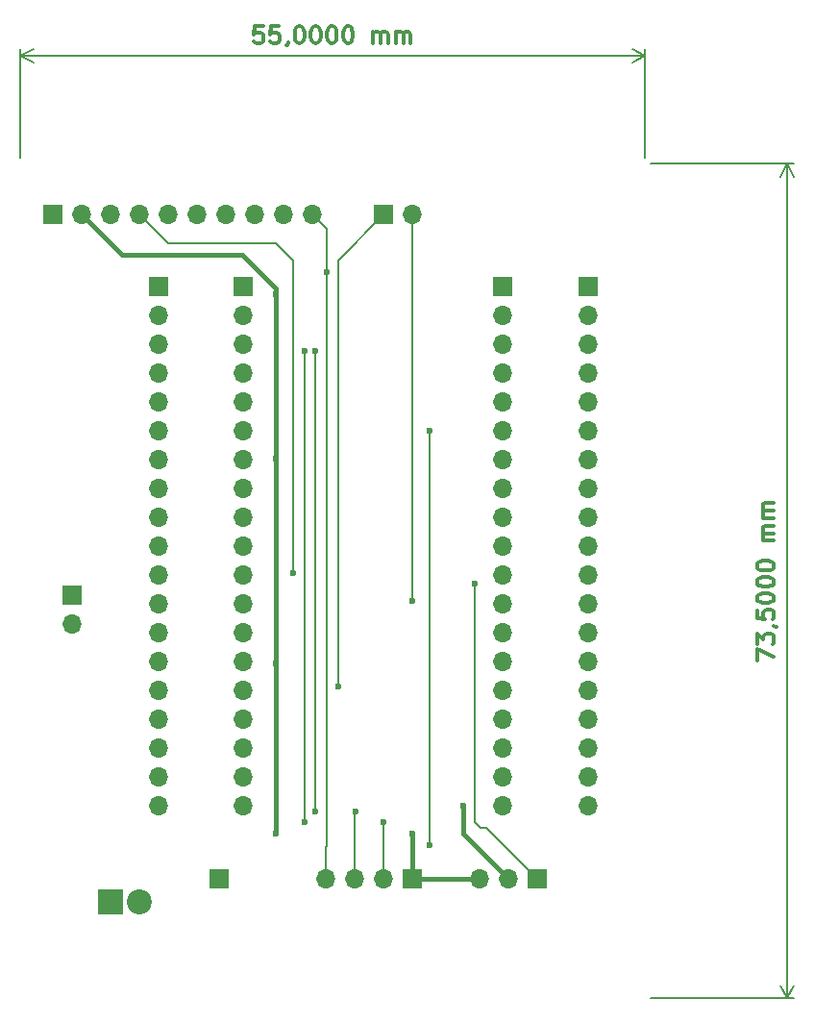
<source format=gbr>
%TF.GenerationSoftware,KiCad,Pcbnew,8.0.6*%
%TF.CreationDate,2025-09-05T14:44:53+02:00*%
%TF.ProjectId,wro-nyak,77726f2d-6e79-4616-9b2e-6b696361645f,rev?*%
%TF.SameCoordinates,Original*%
%TF.FileFunction,Copper,L1,Top*%
%TF.FilePolarity,Positive*%
%FSLAX46Y46*%
G04 Gerber Fmt 4.6, Leading zero omitted, Abs format (unit mm)*
G04 Created by KiCad (PCBNEW 8.0.6) date 2025-09-05 14:44:53*
%MOMM*%
%LPD*%
G01*
G04 APERTURE LIST*
%ADD10C,0.300000*%
%TA.AperFunction,NonConductor*%
%ADD11C,0.300000*%
%TD*%
%TA.AperFunction,NonConductor*%
%ADD12C,0.200000*%
%TD*%
%TA.AperFunction,ComponentPad*%
%ADD13R,2.200000X2.200000*%
%TD*%
%TA.AperFunction,ComponentPad*%
%ADD14C,2.200000*%
%TD*%
%TA.AperFunction,ComponentPad*%
%ADD15R,1.700000X1.700000*%
%TD*%
%TA.AperFunction,ComponentPad*%
%ADD16O,1.700000X1.700000*%
%TD*%
%TA.AperFunction,ViaPad*%
%ADD17C,0.600000*%
%TD*%
%TA.AperFunction,Conductor*%
%ADD18C,0.400000*%
%TD*%
%TA.AperFunction,Conductor*%
%ADD19C,0.200000*%
%TD*%
G04 APERTURE END LIST*
D10*
D11*
X38857144Y-3378328D02*
X38142858Y-3378328D01*
X38142858Y-3378328D02*
X38071430Y-4092614D01*
X38071430Y-4092614D02*
X38142858Y-4021185D01*
X38142858Y-4021185D02*
X38285716Y-3949757D01*
X38285716Y-3949757D02*
X38642858Y-3949757D01*
X38642858Y-3949757D02*
X38785716Y-4021185D01*
X38785716Y-4021185D02*
X38857144Y-4092614D01*
X38857144Y-4092614D02*
X38928573Y-4235471D01*
X38928573Y-4235471D02*
X38928573Y-4592614D01*
X38928573Y-4592614D02*
X38857144Y-4735471D01*
X38857144Y-4735471D02*
X38785716Y-4806900D01*
X38785716Y-4806900D02*
X38642858Y-4878328D01*
X38642858Y-4878328D02*
X38285716Y-4878328D01*
X38285716Y-4878328D02*
X38142858Y-4806900D01*
X38142858Y-4806900D02*
X38071430Y-4735471D01*
X40285715Y-3378328D02*
X39571429Y-3378328D01*
X39571429Y-3378328D02*
X39500001Y-4092614D01*
X39500001Y-4092614D02*
X39571429Y-4021185D01*
X39571429Y-4021185D02*
X39714287Y-3949757D01*
X39714287Y-3949757D02*
X40071429Y-3949757D01*
X40071429Y-3949757D02*
X40214287Y-4021185D01*
X40214287Y-4021185D02*
X40285715Y-4092614D01*
X40285715Y-4092614D02*
X40357144Y-4235471D01*
X40357144Y-4235471D02*
X40357144Y-4592614D01*
X40357144Y-4592614D02*
X40285715Y-4735471D01*
X40285715Y-4735471D02*
X40214287Y-4806900D01*
X40214287Y-4806900D02*
X40071429Y-4878328D01*
X40071429Y-4878328D02*
X39714287Y-4878328D01*
X39714287Y-4878328D02*
X39571429Y-4806900D01*
X39571429Y-4806900D02*
X39500001Y-4735471D01*
X41071429Y-4806900D02*
X41071429Y-4878328D01*
X41071429Y-4878328D02*
X41000000Y-5021185D01*
X41000000Y-5021185D02*
X40928572Y-5092614D01*
X42000001Y-3378328D02*
X42142858Y-3378328D01*
X42142858Y-3378328D02*
X42285715Y-3449757D01*
X42285715Y-3449757D02*
X42357144Y-3521185D01*
X42357144Y-3521185D02*
X42428572Y-3664042D01*
X42428572Y-3664042D02*
X42500001Y-3949757D01*
X42500001Y-3949757D02*
X42500001Y-4306900D01*
X42500001Y-4306900D02*
X42428572Y-4592614D01*
X42428572Y-4592614D02*
X42357144Y-4735471D01*
X42357144Y-4735471D02*
X42285715Y-4806900D01*
X42285715Y-4806900D02*
X42142858Y-4878328D01*
X42142858Y-4878328D02*
X42000001Y-4878328D01*
X42000001Y-4878328D02*
X41857144Y-4806900D01*
X41857144Y-4806900D02*
X41785715Y-4735471D01*
X41785715Y-4735471D02*
X41714286Y-4592614D01*
X41714286Y-4592614D02*
X41642858Y-4306900D01*
X41642858Y-4306900D02*
X41642858Y-3949757D01*
X41642858Y-3949757D02*
X41714286Y-3664042D01*
X41714286Y-3664042D02*
X41785715Y-3521185D01*
X41785715Y-3521185D02*
X41857144Y-3449757D01*
X41857144Y-3449757D02*
X42000001Y-3378328D01*
X43428572Y-3378328D02*
X43571429Y-3378328D01*
X43571429Y-3378328D02*
X43714286Y-3449757D01*
X43714286Y-3449757D02*
X43785715Y-3521185D01*
X43785715Y-3521185D02*
X43857143Y-3664042D01*
X43857143Y-3664042D02*
X43928572Y-3949757D01*
X43928572Y-3949757D02*
X43928572Y-4306900D01*
X43928572Y-4306900D02*
X43857143Y-4592614D01*
X43857143Y-4592614D02*
X43785715Y-4735471D01*
X43785715Y-4735471D02*
X43714286Y-4806900D01*
X43714286Y-4806900D02*
X43571429Y-4878328D01*
X43571429Y-4878328D02*
X43428572Y-4878328D01*
X43428572Y-4878328D02*
X43285715Y-4806900D01*
X43285715Y-4806900D02*
X43214286Y-4735471D01*
X43214286Y-4735471D02*
X43142857Y-4592614D01*
X43142857Y-4592614D02*
X43071429Y-4306900D01*
X43071429Y-4306900D02*
X43071429Y-3949757D01*
X43071429Y-3949757D02*
X43142857Y-3664042D01*
X43142857Y-3664042D02*
X43214286Y-3521185D01*
X43214286Y-3521185D02*
X43285715Y-3449757D01*
X43285715Y-3449757D02*
X43428572Y-3378328D01*
X44857143Y-3378328D02*
X45000000Y-3378328D01*
X45000000Y-3378328D02*
X45142857Y-3449757D01*
X45142857Y-3449757D02*
X45214286Y-3521185D01*
X45214286Y-3521185D02*
X45285714Y-3664042D01*
X45285714Y-3664042D02*
X45357143Y-3949757D01*
X45357143Y-3949757D02*
X45357143Y-4306900D01*
X45357143Y-4306900D02*
X45285714Y-4592614D01*
X45285714Y-4592614D02*
X45214286Y-4735471D01*
X45214286Y-4735471D02*
X45142857Y-4806900D01*
X45142857Y-4806900D02*
X45000000Y-4878328D01*
X45000000Y-4878328D02*
X44857143Y-4878328D01*
X44857143Y-4878328D02*
X44714286Y-4806900D01*
X44714286Y-4806900D02*
X44642857Y-4735471D01*
X44642857Y-4735471D02*
X44571428Y-4592614D01*
X44571428Y-4592614D02*
X44500000Y-4306900D01*
X44500000Y-4306900D02*
X44500000Y-3949757D01*
X44500000Y-3949757D02*
X44571428Y-3664042D01*
X44571428Y-3664042D02*
X44642857Y-3521185D01*
X44642857Y-3521185D02*
X44714286Y-3449757D01*
X44714286Y-3449757D02*
X44857143Y-3378328D01*
X46285714Y-3378328D02*
X46428571Y-3378328D01*
X46428571Y-3378328D02*
X46571428Y-3449757D01*
X46571428Y-3449757D02*
X46642857Y-3521185D01*
X46642857Y-3521185D02*
X46714285Y-3664042D01*
X46714285Y-3664042D02*
X46785714Y-3949757D01*
X46785714Y-3949757D02*
X46785714Y-4306900D01*
X46785714Y-4306900D02*
X46714285Y-4592614D01*
X46714285Y-4592614D02*
X46642857Y-4735471D01*
X46642857Y-4735471D02*
X46571428Y-4806900D01*
X46571428Y-4806900D02*
X46428571Y-4878328D01*
X46428571Y-4878328D02*
X46285714Y-4878328D01*
X46285714Y-4878328D02*
X46142857Y-4806900D01*
X46142857Y-4806900D02*
X46071428Y-4735471D01*
X46071428Y-4735471D02*
X45999999Y-4592614D01*
X45999999Y-4592614D02*
X45928571Y-4306900D01*
X45928571Y-4306900D02*
X45928571Y-3949757D01*
X45928571Y-3949757D02*
X45999999Y-3664042D01*
X45999999Y-3664042D02*
X46071428Y-3521185D01*
X46071428Y-3521185D02*
X46142857Y-3449757D01*
X46142857Y-3449757D02*
X46285714Y-3378328D01*
X48571427Y-4878328D02*
X48571427Y-3878328D01*
X48571427Y-4021185D02*
X48642856Y-3949757D01*
X48642856Y-3949757D02*
X48785713Y-3878328D01*
X48785713Y-3878328D02*
X48999999Y-3878328D01*
X48999999Y-3878328D02*
X49142856Y-3949757D01*
X49142856Y-3949757D02*
X49214285Y-4092614D01*
X49214285Y-4092614D02*
X49214285Y-4878328D01*
X49214285Y-4092614D02*
X49285713Y-3949757D01*
X49285713Y-3949757D02*
X49428570Y-3878328D01*
X49428570Y-3878328D02*
X49642856Y-3878328D01*
X49642856Y-3878328D02*
X49785713Y-3949757D01*
X49785713Y-3949757D02*
X49857142Y-4092614D01*
X49857142Y-4092614D02*
X49857142Y-4878328D01*
X50571427Y-4878328D02*
X50571427Y-3878328D01*
X50571427Y-4021185D02*
X50642856Y-3949757D01*
X50642856Y-3949757D02*
X50785713Y-3878328D01*
X50785713Y-3878328D02*
X50999999Y-3878328D01*
X50999999Y-3878328D02*
X51142856Y-3949757D01*
X51142856Y-3949757D02*
X51214285Y-4092614D01*
X51214285Y-4092614D02*
X51214285Y-4878328D01*
X51214285Y-4092614D02*
X51285713Y-3949757D01*
X51285713Y-3949757D02*
X51428570Y-3878328D01*
X51428570Y-3878328D02*
X51642856Y-3878328D01*
X51642856Y-3878328D02*
X51785713Y-3949757D01*
X51785713Y-3949757D02*
X51857142Y-4092614D01*
X51857142Y-4092614D02*
X51857142Y-4878328D01*
D12*
X72500000Y-15000000D02*
X72500000Y-5413580D01*
X17500000Y-15000000D02*
X17500000Y-5413580D01*
X72500000Y-6000000D02*
X17500000Y-6000000D01*
X72500000Y-6000000D02*
X17500000Y-6000000D01*
X72500000Y-6000000D02*
X71373496Y-6586421D01*
X72500000Y-6000000D02*
X71373496Y-5413579D01*
X17500000Y-6000000D02*
X18626504Y-5413579D01*
X17500000Y-6000000D02*
X18626504Y-6586421D01*
D10*
D11*
X82378328Y-59249998D02*
X82378328Y-58249998D01*
X82378328Y-58249998D02*
X83878328Y-58892855D01*
X82378328Y-57821427D02*
X82378328Y-56892855D01*
X82378328Y-56892855D02*
X82949757Y-57392855D01*
X82949757Y-57392855D02*
X82949757Y-57178570D01*
X82949757Y-57178570D02*
X83021185Y-57035713D01*
X83021185Y-57035713D02*
X83092614Y-56964284D01*
X83092614Y-56964284D02*
X83235471Y-56892855D01*
X83235471Y-56892855D02*
X83592614Y-56892855D01*
X83592614Y-56892855D02*
X83735471Y-56964284D01*
X83735471Y-56964284D02*
X83806900Y-57035713D01*
X83806900Y-57035713D02*
X83878328Y-57178570D01*
X83878328Y-57178570D02*
X83878328Y-57607141D01*
X83878328Y-57607141D02*
X83806900Y-57749998D01*
X83806900Y-57749998D02*
X83735471Y-57821427D01*
X83806900Y-56178570D02*
X83878328Y-56178570D01*
X83878328Y-56178570D02*
X84021185Y-56249999D01*
X84021185Y-56249999D02*
X84092614Y-56321427D01*
X82378328Y-54821427D02*
X82378328Y-55535713D01*
X82378328Y-55535713D02*
X83092614Y-55607141D01*
X83092614Y-55607141D02*
X83021185Y-55535713D01*
X83021185Y-55535713D02*
X82949757Y-55392856D01*
X82949757Y-55392856D02*
X82949757Y-55035713D01*
X82949757Y-55035713D02*
X83021185Y-54892856D01*
X83021185Y-54892856D02*
X83092614Y-54821427D01*
X83092614Y-54821427D02*
X83235471Y-54749998D01*
X83235471Y-54749998D02*
X83592614Y-54749998D01*
X83592614Y-54749998D02*
X83735471Y-54821427D01*
X83735471Y-54821427D02*
X83806900Y-54892856D01*
X83806900Y-54892856D02*
X83878328Y-55035713D01*
X83878328Y-55035713D02*
X83878328Y-55392856D01*
X83878328Y-55392856D02*
X83806900Y-55535713D01*
X83806900Y-55535713D02*
X83735471Y-55607141D01*
X82378328Y-53821427D02*
X82378328Y-53678570D01*
X82378328Y-53678570D02*
X82449757Y-53535713D01*
X82449757Y-53535713D02*
X82521185Y-53464285D01*
X82521185Y-53464285D02*
X82664042Y-53392856D01*
X82664042Y-53392856D02*
X82949757Y-53321427D01*
X82949757Y-53321427D02*
X83306900Y-53321427D01*
X83306900Y-53321427D02*
X83592614Y-53392856D01*
X83592614Y-53392856D02*
X83735471Y-53464285D01*
X83735471Y-53464285D02*
X83806900Y-53535713D01*
X83806900Y-53535713D02*
X83878328Y-53678570D01*
X83878328Y-53678570D02*
X83878328Y-53821427D01*
X83878328Y-53821427D02*
X83806900Y-53964285D01*
X83806900Y-53964285D02*
X83735471Y-54035713D01*
X83735471Y-54035713D02*
X83592614Y-54107142D01*
X83592614Y-54107142D02*
X83306900Y-54178570D01*
X83306900Y-54178570D02*
X82949757Y-54178570D01*
X82949757Y-54178570D02*
X82664042Y-54107142D01*
X82664042Y-54107142D02*
X82521185Y-54035713D01*
X82521185Y-54035713D02*
X82449757Y-53964285D01*
X82449757Y-53964285D02*
X82378328Y-53821427D01*
X82378328Y-52392856D02*
X82378328Y-52249999D01*
X82378328Y-52249999D02*
X82449757Y-52107142D01*
X82449757Y-52107142D02*
X82521185Y-52035714D01*
X82521185Y-52035714D02*
X82664042Y-51964285D01*
X82664042Y-51964285D02*
X82949757Y-51892856D01*
X82949757Y-51892856D02*
X83306900Y-51892856D01*
X83306900Y-51892856D02*
X83592614Y-51964285D01*
X83592614Y-51964285D02*
X83735471Y-52035714D01*
X83735471Y-52035714D02*
X83806900Y-52107142D01*
X83806900Y-52107142D02*
X83878328Y-52249999D01*
X83878328Y-52249999D02*
X83878328Y-52392856D01*
X83878328Y-52392856D02*
X83806900Y-52535714D01*
X83806900Y-52535714D02*
X83735471Y-52607142D01*
X83735471Y-52607142D02*
X83592614Y-52678571D01*
X83592614Y-52678571D02*
X83306900Y-52749999D01*
X83306900Y-52749999D02*
X82949757Y-52749999D01*
X82949757Y-52749999D02*
X82664042Y-52678571D01*
X82664042Y-52678571D02*
X82521185Y-52607142D01*
X82521185Y-52607142D02*
X82449757Y-52535714D01*
X82449757Y-52535714D02*
X82378328Y-52392856D01*
X82378328Y-50964285D02*
X82378328Y-50821428D01*
X82378328Y-50821428D02*
X82449757Y-50678571D01*
X82449757Y-50678571D02*
X82521185Y-50607143D01*
X82521185Y-50607143D02*
X82664042Y-50535714D01*
X82664042Y-50535714D02*
X82949757Y-50464285D01*
X82949757Y-50464285D02*
X83306900Y-50464285D01*
X83306900Y-50464285D02*
X83592614Y-50535714D01*
X83592614Y-50535714D02*
X83735471Y-50607143D01*
X83735471Y-50607143D02*
X83806900Y-50678571D01*
X83806900Y-50678571D02*
X83878328Y-50821428D01*
X83878328Y-50821428D02*
X83878328Y-50964285D01*
X83878328Y-50964285D02*
X83806900Y-51107143D01*
X83806900Y-51107143D02*
X83735471Y-51178571D01*
X83735471Y-51178571D02*
X83592614Y-51250000D01*
X83592614Y-51250000D02*
X83306900Y-51321428D01*
X83306900Y-51321428D02*
X82949757Y-51321428D01*
X82949757Y-51321428D02*
X82664042Y-51250000D01*
X82664042Y-51250000D02*
X82521185Y-51178571D01*
X82521185Y-51178571D02*
X82449757Y-51107143D01*
X82449757Y-51107143D02*
X82378328Y-50964285D01*
X83878328Y-48678572D02*
X82878328Y-48678572D01*
X83021185Y-48678572D02*
X82949757Y-48607143D01*
X82949757Y-48607143D02*
X82878328Y-48464286D01*
X82878328Y-48464286D02*
X82878328Y-48250000D01*
X82878328Y-48250000D02*
X82949757Y-48107143D01*
X82949757Y-48107143D02*
X83092614Y-48035715D01*
X83092614Y-48035715D02*
X83878328Y-48035715D01*
X83092614Y-48035715D02*
X82949757Y-47964286D01*
X82949757Y-47964286D02*
X82878328Y-47821429D01*
X82878328Y-47821429D02*
X82878328Y-47607143D01*
X82878328Y-47607143D02*
X82949757Y-47464286D01*
X82949757Y-47464286D02*
X83092614Y-47392857D01*
X83092614Y-47392857D02*
X83878328Y-47392857D01*
X83878328Y-46678572D02*
X82878328Y-46678572D01*
X83021185Y-46678572D02*
X82949757Y-46607143D01*
X82949757Y-46607143D02*
X82878328Y-46464286D01*
X82878328Y-46464286D02*
X82878328Y-46250000D01*
X82878328Y-46250000D02*
X82949757Y-46107143D01*
X82949757Y-46107143D02*
X83092614Y-46035715D01*
X83092614Y-46035715D02*
X83878328Y-46035715D01*
X83092614Y-46035715D02*
X82949757Y-45964286D01*
X82949757Y-45964286D02*
X82878328Y-45821429D01*
X82878328Y-45821429D02*
X82878328Y-45607143D01*
X82878328Y-45607143D02*
X82949757Y-45464286D01*
X82949757Y-45464286D02*
X83092614Y-45392857D01*
X83092614Y-45392857D02*
X83878328Y-45392857D01*
D12*
X73000000Y-89000000D02*
X85586420Y-89000000D01*
X73000000Y-15500000D02*
X85586420Y-15500000D01*
X85000000Y-89000000D02*
X85000000Y-15500000D01*
X85000000Y-89000000D02*
X85000000Y-15500000D01*
X85000000Y-89000000D02*
X84413579Y-87873496D01*
X85000000Y-89000000D02*
X85586421Y-87873496D01*
X85000000Y-15500000D02*
X85586421Y-16626504D01*
X85000000Y-15500000D02*
X84413579Y-16626504D01*
D13*
%TO.P,PSU1,1,Pin_1*%
%TO.N,/+5V*%
X25460000Y-80500000D03*
D14*
%TO.P,PSU1,2,Pin_2*%
%TO.N,/GND*%
X28000000Y-80500000D03*
%TD*%
D15*
%TO.P,GYRO1,1,Pin_1*%
%TO.N,/+3V3*%
X20380000Y-20000000D03*
D16*
%TO.P,GYRO1,2,Pin_2*%
%TO.N,/GND*%
X22920000Y-20000000D03*
%TO.P,GYRO1,3,Pin_3*%
%TO.N,unconnected-(GYRO1-Pin_3-Pad3)*%
X25460000Y-20000000D03*
%TO.P,GYRO1,4,Pin_4*%
%TO.N,/SDA*%
X28000000Y-20000000D03*
%TO.P,GYRO1,5,Pin_5*%
%TO.N,unconnected-(GYRO1-Pin_5-Pad5)*%
X30540000Y-20000000D03*
%TO.P,GYRO1,6,Pin_6*%
%TO.N,unconnected-(GYRO1-Pin_6-Pad6)*%
X33080000Y-20000000D03*
%TO.P,GYRO1,7,Pin_7*%
%TO.N,unconnected-(GYRO1-Pin_7-Pad7)*%
X35620000Y-20000000D03*
%TO.P,GYRO1,8,Pin_8*%
%TO.N,unconnected-(GYRO1-Pin_8-Pad8)*%
X38160000Y-20000000D03*
%TO.P,GYRO1,9,Pin_9*%
%TO.N,unconnected-(GYRO1-Pin_9-Pad9)*%
X40700000Y-20000000D03*
%TO.P,GYRO1,10,Pin_10*%
%TO.N,/+3V3*%
X43240000Y-20000000D03*
%TD*%
D15*
%TO.P,J8,1,Pin_1*%
%TO.N,/SERVO*%
X63040000Y-78500000D03*
D16*
%TO.P,J8,2,Pin_2*%
%TO.N,/+5V*%
X60500000Y-78500000D03*
%TO.P,J8,3,Pin_3*%
%TO.N,/GND*%
X57960000Y-78500000D03*
%TD*%
D15*
%TO.P,J2,1,Pin_1*%
%TO.N,/GND*%
X60000000Y-26320000D03*
D16*
%TO.P,J2,2,Pin_2*%
%TO.N,Net-(J2-Pin_2)*%
X60000000Y-28860000D03*
%TO.P,J2,3,Pin_3*%
%TO.N,Net-(J2-Pin_3)*%
X60000000Y-31400000D03*
%TO.P,J2,4,Pin_4*%
%TO.N,Net-(J2-Pin_4)*%
X60000000Y-33940000D03*
%TO.P,J2,5,Pin_5*%
%TO.N,Net-(J2-Pin_5)*%
X60000000Y-36480000D03*
%TO.P,J2,6,Pin_6*%
%TO.N,/LIDAR_PWM*%
X60000000Y-39020000D03*
%TO.P,J2,7,Pin_7*%
%TO.N,/GND*%
X60000000Y-41560000D03*
%TO.P,J2,8,Pin_8*%
%TO.N,Net-(J2-Pin_8)*%
X60000000Y-44100000D03*
%TO.P,J2,9,Pin_9*%
%TO.N,Net-(J2-Pin_9)*%
X60000000Y-46640000D03*
%TO.P,J2,10,Pin_10*%
%TO.N,Net-(J2-Pin_10)*%
X60000000Y-49180000D03*
%TO.P,J2,11,Pin_11*%
%TO.N,/SDA*%
X60000000Y-51720000D03*
%TO.P,J2,12,Pin_12*%
%TO.N,/MOT2*%
X60000000Y-54260000D03*
%TO.P,J2,13,Pin_13*%
%TO.N,Net-(J2-Pin_13)*%
X60000000Y-56800000D03*
%TO.P,J2,14,Pin_14*%
%TO.N,Net-(J2-Pin_14)*%
X60000000Y-59340000D03*
%TO.P,J2,15,Pin_15*%
%TO.N,Net-(J2-Pin_15)*%
X60000000Y-61880000D03*
%TO.P,J2,16,Pin_16*%
%TO.N,Net-(J2-Pin_16)*%
X60000000Y-64420000D03*
%TO.P,J2,17,Pin_17*%
%TO.N,Net-(J2-Pin_17)*%
X60000000Y-66960000D03*
%TO.P,J2,18,Pin_18*%
%TO.N,Net-(J2-Pin_18)*%
X60000000Y-69500000D03*
%TO.P,J2,19,Pin_19*%
%TO.N,Net-(J2-Pin_19)*%
X60000000Y-72040000D03*
%TD*%
D15*
%TO.P,J5,1,Pin_1*%
%TO.N,/PI_PIN1*%
X22000000Y-53500000D03*
D16*
%TO.P,J5,2,Pin_2*%
%TO.N,/PI_PIN2*%
X22000000Y-56040000D03*
%TD*%
D15*
%TO.P,J4,1,Pin_1*%
%TO.N,/GND*%
X67500000Y-26320000D03*
D16*
%TO.P,J4,2,Pin_2*%
%TO.N,Net-(J2-Pin_2)*%
X67500000Y-28860000D03*
%TO.P,J4,3,Pin_3*%
%TO.N,Net-(J2-Pin_3)*%
X67500000Y-31400000D03*
%TO.P,J4,4,Pin_4*%
%TO.N,Net-(J2-Pin_4)*%
X67500000Y-33940000D03*
%TO.P,J4,5,Pin_5*%
%TO.N,Net-(J2-Pin_5)*%
X67500000Y-36480000D03*
%TO.P,J4,6,Pin_6*%
%TO.N,/LIDAR_PWM*%
X67500000Y-39020000D03*
%TO.P,J4,7,Pin_7*%
%TO.N,/GND*%
X67500000Y-41560000D03*
%TO.P,J4,8,Pin_8*%
%TO.N,Net-(J2-Pin_8)*%
X67500000Y-44100000D03*
%TO.P,J4,9,Pin_9*%
%TO.N,Net-(J2-Pin_9)*%
X67500000Y-46640000D03*
%TO.P,J4,10,Pin_10*%
%TO.N,Net-(J2-Pin_10)*%
X67500000Y-49180000D03*
%TO.P,J4,11,Pin_11*%
%TO.N,/SDA*%
X67500000Y-51720000D03*
%TO.P,J4,12,Pin_12*%
%TO.N,/MOT2*%
X67500000Y-54260000D03*
%TO.P,J4,13,Pin_13*%
%TO.N,Net-(J2-Pin_13)*%
X67500000Y-56800000D03*
%TO.P,J4,14,Pin_14*%
%TO.N,Net-(J2-Pin_14)*%
X67500000Y-59340000D03*
%TO.P,J4,15,Pin_15*%
%TO.N,Net-(J2-Pin_15)*%
X67500000Y-61880000D03*
%TO.P,J4,16,Pin_16*%
%TO.N,Net-(J2-Pin_16)*%
X67500000Y-64420000D03*
%TO.P,J4,17,Pin_17*%
%TO.N,Net-(J2-Pin_17)*%
X67500000Y-66960000D03*
%TO.P,J4,18,Pin_18*%
%TO.N,Net-(J2-Pin_18)*%
X67500000Y-69500000D03*
%TO.P,J4,19,Pin_19*%
%TO.N,Net-(J2-Pin_19)*%
X67500000Y-72040000D03*
%TD*%
D15*
%TO.P,J3,1,Pin_1*%
%TO.N,/+3V3*%
X29640000Y-26320000D03*
D16*
%TO.P,J3,2,Pin_2*%
%TO.N,/ENC1*%
X29640000Y-28860000D03*
%TO.P,J3,3,Pin_3*%
%TO.N,/ENC2*%
X29640000Y-31400000D03*
%TO.P,J3,4,Pin_4*%
%TO.N,Net-(J1-Pin_4)*%
X29640000Y-33940000D03*
%TO.P,J3,5,Pin_5*%
%TO.N,Net-(J1-Pin_5)*%
X29640000Y-36480000D03*
%TO.P,J3,6,Pin_6*%
%TO.N,Net-(J1-Pin_6)*%
X29640000Y-39020000D03*
%TO.P,J3,7,Pin_7*%
%TO.N,Net-(J1-Pin_7)*%
X29640000Y-41560000D03*
%TO.P,J3,8,Pin_8*%
%TO.N,Net-(J1-Pin_8)*%
X29640000Y-44100000D03*
%TO.P,J3,9,Pin_9*%
%TO.N,/PI_PIN1*%
X29640000Y-46640000D03*
%TO.P,J3,10,Pin_10*%
%TO.N,/PI_PIN2*%
X29640000Y-49180000D03*
%TO.P,J3,11,Pin_11*%
%TO.N,/SERVO*%
X29640000Y-51720000D03*
%TO.P,J3,12,Pin_12*%
%TO.N,Net-(J1-Pin_12)*%
X29640000Y-54260000D03*
%TO.P,J3,13,Pin_13*%
%TO.N,Net-(J1-Pin_13)*%
X29640000Y-56800000D03*
%TO.P,J3,14,Pin_14*%
%TO.N,/GND*%
X29640000Y-59340000D03*
%TO.P,J3,15,Pin_15*%
%TO.N,/MOT1*%
X29640000Y-61880000D03*
%TO.P,J3,16,Pin_16*%
%TO.N,Net-(J1-Pin_16)*%
X29640000Y-64420000D03*
%TO.P,J3,17,Pin_17*%
%TO.N,Net-(J1-Pin_17)*%
X29640000Y-66960000D03*
%TO.P,J3,18,Pin_18*%
%TO.N,Net-(J1-Pin_18)*%
X29640000Y-69500000D03*
%TO.P,J3,19,Pin_19*%
%TO.N,/+5V*%
X29640000Y-72040000D03*
%TD*%
D15*
%TO.P,J6,1,Pin_1*%
%TO.N,/MOT1*%
X49500000Y-20000000D03*
D16*
%TO.P,J6,2,Pin_2*%
%TO.N,/MOT2*%
X52040000Y-20000000D03*
%TD*%
D15*
%TO.P,J1,1,Pin_1*%
%TO.N,/+3V3*%
X37140000Y-26320000D03*
D16*
%TO.P,J1,2,Pin_2*%
%TO.N,/ENC1*%
X37140000Y-28860000D03*
%TO.P,J1,3,Pin_3*%
%TO.N,/ENC2*%
X37140000Y-31400000D03*
%TO.P,J1,4,Pin_4*%
%TO.N,Net-(J1-Pin_4)*%
X37140000Y-33940000D03*
%TO.P,J1,5,Pin_5*%
%TO.N,Net-(J1-Pin_5)*%
X37140000Y-36480000D03*
%TO.P,J1,6,Pin_6*%
%TO.N,Net-(J1-Pin_6)*%
X37140000Y-39020000D03*
%TO.P,J1,7,Pin_7*%
%TO.N,Net-(J1-Pin_7)*%
X37140000Y-41560000D03*
%TO.P,J1,8,Pin_8*%
%TO.N,Net-(J1-Pin_8)*%
X37140000Y-44100000D03*
%TO.P,J1,9,Pin_9*%
%TO.N,/PI_PIN1*%
X37140000Y-46640000D03*
%TO.P,J1,10,Pin_10*%
%TO.N,/PI_PIN2*%
X37140000Y-49180000D03*
%TO.P,J1,11,Pin_11*%
%TO.N,/SERVO*%
X37140000Y-51720000D03*
%TO.P,J1,12,Pin_12*%
%TO.N,Net-(J1-Pin_12)*%
X37140000Y-54260000D03*
%TO.P,J1,13,Pin_13*%
%TO.N,Net-(J1-Pin_13)*%
X37140000Y-56800000D03*
%TO.P,J1,14,Pin_14*%
%TO.N,/GND*%
X37140000Y-59340000D03*
%TO.P,J1,15,Pin_15*%
%TO.N,/MOT1*%
X37140000Y-61880000D03*
%TO.P,J1,16,Pin_16*%
%TO.N,Net-(J1-Pin_16)*%
X37140000Y-64420000D03*
%TO.P,J1,17,Pin_17*%
%TO.N,Net-(J1-Pin_17)*%
X37140000Y-66960000D03*
%TO.P,J1,18,Pin_18*%
%TO.N,Net-(J1-Pin_18)*%
X37140000Y-69500000D03*
%TO.P,J1,19,Pin_19*%
%TO.N,/+5V*%
X37140000Y-72040000D03*
%TD*%
D15*
%TO.P,J7,1,Pin_1*%
%TO.N,/GND*%
X52040000Y-78500000D03*
D16*
%TO.P,J7,2,Pin_2*%
%TO.N,/ENC2*%
X49500000Y-78500000D03*
%TO.P,J7,3,Pin_3*%
%TO.N,/ENC1*%
X46960000Y-78500000D03*
%TO.P,J7,4,Pin_4*%
%TO.N,/+3V3*%
X44420000Y-78500000D03*
%TD*%
D15*
%TO.P,LIDAR1,1,Pin_1*%
%TO.N,/LIDAR_PWM*%
X35000000Y-78500000D03*
%TD*%
D17*
%TO.N,/+5V*%
X56500000Y-72000000D03*
%TO.N,/GND*%
X40000000Y-41500000D03*
X40000000Y-74500000D03*
X52000000Y-74500000D03*
X40000000Y-27020000D03*
X40000000Y-59500000D03*
%TO.N,/+3V3*%
X44500000Y-25000000D03*
%TO.N,/SDA*%
X41500000Y-51500000D03*
%TO.N,/SERVO*%
X57500000Y-52500000D03*
%TO.N,/ENC2*%
X42500000Y-32000000D03*
X42500000Y-73500000D03*
X49500000Y-73500000D03*
%TO.N,/LIDAR_PWM*%
X53500000Y-39020000D03*
X53500000Y-75500000D03*
%TO.N,/ENC1*%
X43500000Y-72500000D03*
X47000000Y-72500000D03*
X43500000Y-32000000D03*
%TO.N,/MOT2*%
X52000000Y-54000000D03*
%TO.N,/MOT1*%
X45500000Y-61500000D03*
%TD*%
D18*
%TO.N,/+5V*%
X60500000Y-78500000D02*
X56500000Y-74500000D01*
X56500000Y-74500000D02*
X56500000Y-72000000D01*
%TO.N,/GND*%
X52040000Y-75040000D02*
X52040000Y-78500000D01*
X40000000Y-71500000D02*
X40000000Y-74500000D01*
X52000000Y-75000000D02*
X52040000Y-75040000D01*
X40000000Y-41500000D02*
X40000000Y-59500000D01*
X40000000Y-27000000D02*
X40000000Y-27020000D01*
X40000000Y-26480000D02*
X40000000Y-27020000D01*
X37020000Y-23500000D02*
X40000000Y-26480000D01*
X26420000Y-23500000D02*
X22920000Y-20000000D01*
X26420000Y-23500000D02*
X37020000Y-23500000D01*
X57960000Y-78500000D02*
X52040000Y-78500000D01*
X40000000Y-27000000D02*
X40000000Y-41500000D01*
X52000000Y-74500000D02*
X52000000Y-75000000D01*
X40000000Y-59500000D02*
X40000000Y-71500000D01*
D19*
%TO.N,/+3V3*%
X44420000Y-78500000D02*
X44420000Y-75680000D01*
X44500000Y-25000000D02*
X44500000Y-21260000D01*
X44500000Y-21260000D02*
X43240000Y-20000000D01*
X44500000Y-75600000D02*
X44500000Y-25000000D01*
X44420000Y-75680000D02*
X44500000Y-75600000D01*
%TO.N,/SDA*%
X41500000Y-24000000D02*
X41500000Y-51500000D01*
X40000000Y-22500000D02*
X41500000Y-24000000D01*
X30500000Y-22500000D02*
X40000000Y-22500000D01*
X28000000Y-20000000D02*
X30500000Y-22500000D01*
%TO.N,/SERVO*%
X63040000Y-78500000D02*
X58540000Y-74000000D01*
X58000000Y-74000000D02*
X57500000Y-73500000D01*
X58540000Y-74000000D02*
X58000000Y-74000000D01*
X57500000Y-73500000D02*
X57500000Y-52500000D01*
%TO.N,/ENC2*%
X42500000Y-32000000D02*
X42500000Y-72000000D01*
X49500000Y-73500000D02*
X49500000Y-78500000D01*
X42500000Y-72000000D02*
X42500000Y-73500000D01*
%TO.N,/LIDAR_PWM*%
X53500000Y-75500000D02*
X53500000Y-39020000D01*
%TO.N,/ENC1*%
X46960000Y-72540000D02*
X46960000Y-78500000D01*
X43500000Y-32000000D02*
X43500000Y-72500000D01*
X47000000Y-72500000D02*
X46960000Y-72540000D01*
%TO.N,/MOT2*%
X52040000Y-20000000D02*
X52040000Y-53500000D01*
X52000000Y-53540000D02*
X52040000Y-53500000D01*
X52000000Y-54000000D02*
X52000000Y-53540000D01*
%TO.N,/MOT1*%
X45500000Y-24000000D02*
X49500000Y-20000000D01*
X45500000Y-61500000D02*
X45500000Y-24000000D01*
%TD*%
M02*

</source>
